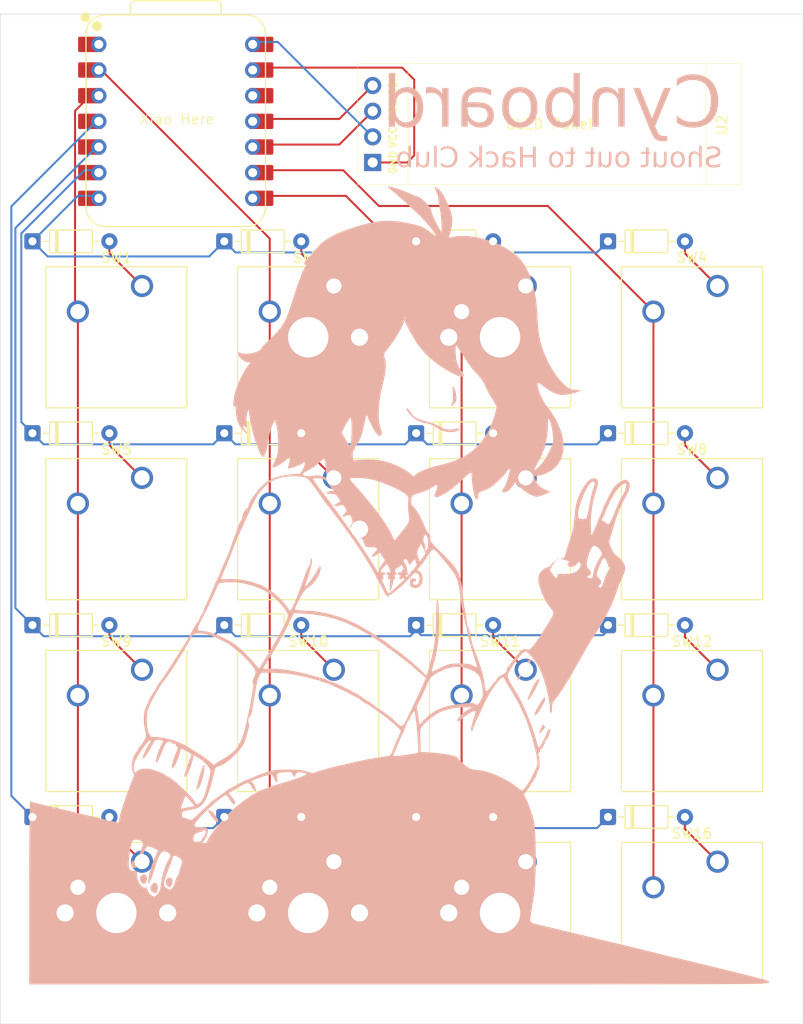
<source format=kicad_pcb>
(kicad_pcb (version 20241229) (generator "pcbnew") (generator_version "9.0")
  (layers (0 "F.Cu" signal) (2 "B.Cu" signal) (13 "F.Paste" user) (15 "B.Paste" user) (5 "F.SilkS" user "F.Silkscreen") (7 "B.SilkS" user "B.Silkscreen") (1 "F.Mask" user) (3 "B.Mask" user) (25 "Edge.Cuts" user))
  (net 0 "")
  (net 1 "Net-(D1-A)")
  (net 2 "Row3")
  (net 3 "Net-(D2-A)")
  (net 4 "Net-(D3-A)")
  (net 5 "Net-(D4-A)")
  (net 6 "Net-(D5-A)")
  (net 7 "Row2")
  (net 8 "Net-(D6-A)")
  (net 9 "Net-(D7-A)")
  (net 10 "Net-(D8-A)")
  (net 11 "Net-(D9-A)")
  (net 12 "Row1")
  (net 13 "Net-(D10-A)")
  (net 14 "Net-(D11-A)")
  (net 15 "Net-(D12-A)")
  (net 16 "Row0")
  (net 17 "Net-(D13-A)")
  (net 18 "Net-(D14-A)")
  (net 19 "Net-(D15-A)")
  (net 20 "Net-(D16-A)")
  (net 21 "Column0")
  (net 22 "Column1")
  (net 23 "Column2")
  (net 24 "Column3")
  (net 25 "GND")
  (net 27 "+5V")
  (net 28 "Net-(U1-GPIO4{slash}MISO)")
  (net 29 "Net-(U1-GPIO3{slash}MOSI)")
  (footprint "Diode_THT:D_DO-35_SOD27_P7.62mm_Horizontal" (layer "F.Cu") (at 93.19 84)
    (property "Reference" "D6" (hide yes))
    (property "Value" "1N4148")
    (pad "1" thru_hole roundrect (at 0 0) (size 1.6 1.6) (drill 0.8) (layers "*.Cu" "*.Mask") (roundrect_rratio 0.15625) (net 12 "Row1"))
    (pad "2" thru_hole circle (at 7.62 0) (size 1.6 1.6) (drill 0.8) (layers "*.Cu" "*.Mask") (net 8 "Net-(D6-A)"))
  )
  (footprint "Button_Switch_Keyboard:SW_Cherry_MX_1.00u_PCB" (layer "F.Cu") (at 142.04 69.42)
    (property "Reference" "SW4" (at -2.54 -2.794 0) (layer "F.SilkS"))
    (property "Value" "SW_Push")
    (pad "" np_thru_hole circle (at -7.62 5.08) (size 1.7 1.7) (drill 1.7) (layers "*.Cu" "*.Mask"))
    (pad "" np_thru_hole circle (at -2.54 5.08) (size 4 4) (drill 4) (layers "*.Cu" "*.Mask"))
    (pad "" np_thru_hole circle (at 2.54 5.08) (size 1.7 1.7) (drill 1.7) (layers "*.Cu" "*.Mask"))
    (pad "1" thru_hole circle (at 0 0) (size 2.2 2.2) (drill 1.5) (layers "*.Cu" "*.Mask") (net 5 "Net-(D4-A)"))
    (pad "2" thru_hole circle (at -6.35 2.54) (size 2.2 2.2) (drill 1.5) (layers "*.Cu" "*.Mask") (net 24 "Column3"))
  )
  (footprint "Button_Switch_Keyboard:SW_Cherry_MX_1.00u_PCB" (layer "F.Cu") (at 104.04 126.42)
    (property "Reference" "SW14" (at -2.54 -2.794 0) (layer "F.SilkS"))
    (property "Value" "SW_Push")
    (pad "" np_thru_hole circle (at -7.62 5.08) (size 1.7 1.7) (drill 1.7) (layers "*.Cu" "*.Mask"))
    (pad "" np_thru_hole circle (at -2.54 5.08) (size 4 4) (drill 4) (layers "*.Cu" "*.Mask"))
    (pad "" np_thru_hole circle (at 2.54 5.08) (size 1.7 1.7) (drill 1.7) (layers "*.Cu" "*.Mask"))
    (pad "1" thru_hole circle (at 0 0) (size 2.2 2.2) (drill 1.5) (layers "*.Cu" "*.Mask") (net 18 "Net-(D14-A)"))
    (pad "2" thru_hole circle (at -6.35 2.54) (size 2.2 2.2) (drill 1.5) (layers "*.Cu" "*.Mask") (net 22 "Column1"))
  )
  (footprint "Button_Switch_Keyboard:SW_Cherry_MX_1.00u_PCB" (layer "F.Cu") (at 85.04 126.42)
    (property "Reference" "SW13" (at -2.54 -2.794 0) (layer "F.SilkS"))
    (property "Value" "SW_Push")
    (pad "" np_thru_hole circle (at -7.62 5.08) (size 1.7 1.7) (drill 1.7) (layers "*.Cu" "*.Mask"))
    (pad "" np_thru_hole circle (at -2.54 5.08) (size 4 4) (drill 4) (layers "*.Cu" "*.Mask"))
    (pad "" np_thru_hole circle (at 2.54 5.08) (size 1.7 1.7) (drill 1.7) (layers "*.Cu" "*.Mask"))
    (pad "1" thru_hole circle (at 0 0) (size 2.2 2.2) (drill 1.5) (layers "*.Cu" "*.Mask") (net 17 "Net-(D13-A)"))
    (pad "2" thru_hole circle (at -6.35 2.54) (size 2.2 2.2) (drill 1.5) (layers "*.Cu" "*.Mask") (net 21 "Column0"))
  )
  (footprint "Button_Switch_Keyboard:SW_Cherry_MX_1.00u_PCB" (layer "F.Cu") (at 142.04 107.42)
    (property "Reference" "SW12" (at -2.54 -2.794 0) (layer "F.SilkS"))
    (property "Value" "SW_Push")
    (pad "" np_thru_hole circle (at -7.62 5.08) (size 1.7 1.7) (drill 1.7) (layers "*.Cu" "*.Mask"))
    (pad "" np_thru_hole circle (at -2.54 5.08) (size 4 4) (drill 4) (layers "*.Cu" "*.Mask"))
    (pad "" np_thru_hole circle (at 2.54 5.08) (size 1.7 1.7) (drill 1.7) (layers "*.Cu" "*.Mask"))
    (pad "1" thru_hole circle (at 0 0) (size 2.2 2.2) (drill 1.5) (layers "*.Cu" "*.Mask") (net 15 "Net-(D12-A)"))
    (pad "2" thru_hole circle (at -6.35 2.54) (size 2.2 2.2) (drill 1.5) (layers "*.Cu" "*.Mask") (net 24 "Column3"))
  )
  (footprint "Diode_THT:D_DO-35_SOD27_P7.62mm_Horizontal" (layer "F.Cu") (at 93.19 65)
    (property "Reference" "D2" (hide yes))
    (property "Value" "1N4148")
    (pad "1" thru_hole roundrect (at 0 0) (size 1.6 1.6) (drill 0.8) (layers "*.Cu" "*.Mask") (roundrect_rratio 0.15625) (net 16 "Row0"))
    (pad "2" thru_hole circle (at 7.62 0) (size 1.6 1.6) (drill 0.8) (layers "*.Cu" "*.Mask") (net 3 "Net-(D2-A)"))
  )
  (footprint "Diode_THT:D_DO-35_SOD27_P7.62mm_Horizontal" (layer "F.Cu") (at 93.19 122)
    (property "Reference" "D14" (hide yes))
    (property "Value" "1N4148")
    (pad "1" thru_hole roundrect (at 0 0) (size 1.6 1.6) (drill 0.8) (layers "*.Cu" "*.Mask") (roundrect_rratio 0.15625) (net 2 "Row3"))
    (pad "2" thru_hole circle (at 7.62 0) (size 1.6 1.6) (drill 0.8) (layers "*.Cu" "*.Mask") (net 18 "Net-(D14-A)"))
  )
  (footprint "Button_Switch_Keyboard:SW_Cherry_MX_1.00u_PCB" (layer "F.Cu") (at 104.04 107.42)
    (property "Reference" "SW10" (at -2.54 -2.794 0) (layer "F.SilkS"))
    (property "Value" "SW_Push")
    (pad "" np_thru_hole circle (at -7.62 5.08) (size 1.7 1.7) (drill 1.7) (layers "*.Cu" "*.Mask"))
    (pad "" np_thru_hole circle (at -2.54 5.08) (size 4 4) (drill 4) (layers "*.Cu" "*.Mask"))
    (pad "" np_thru_hole circle (at 2.54 5.08) (size 1.7 1.7) (drill 1.7) (layers "*.Cu" "*.Mask"))
    (pad "1" thru_hole circle (at 0 0) (size 2.2 2.2) (drill 1.5) (layers "*.Cu" "*.Mask") (net 13 "Net-(D10-A)"))
    (pad "2" thru_hole circle (at -6.35 2.54) (size 2.2 2.2) (drill 1.5) (layers "*.Cu" "*.Mask") (net 22 "Column1"))
  )
  (footprint "Button_Switch_Keyboard:SW_Cherry_MX_1.00u_PCB" (layer "F.Cu") (at 85.04 88.42)
    (property "Reference" "SW5" (at -2.54 -2.794 0) (layer "F.SilkS"))
    (property "Value" "SW_Push")
    (pad "" np_thru_hole circle (at -7.62 5.08) (size 1.7 1.7) (drill 1.7) (layers "*.Cu" "*.Mask"))
    (pad "" np_thru_hole circle (at -2.54 5.08) (size 4 4) (drill 4) (layers "*.Cu" "*.Mask"))
    (pad "" np_thru_hole circle (at 2.54 5.08) (size 1.7 1.7) (drill 1.7) (layers "*.Cu" "*.Mask"))
    (pad "1" thru_hole circle (at 0 0) (size 2.2 2.2) (drill 1.5) (layers "*.Cu" "*.Mask") (net 6 "Net-(D5-A)"))
    (pad "2" thru_hole circle (at -6.35 2.54) (size 2.2 2.2) (drill 1.5) (layers "*.Cu" "*.Mask") (net 21 "Column0"))
  )
  (footprint "Diode_THT:D_DO-35_SOD27_P7.62mm_Horizontal" (layer "F.Cu") (at 112.19 122)
    (property "Reference" "D15" (hide yes))
    (property "Value" "1N4148")
    (pad "1" thru_hole roundrect (at 0 0) (size 1.6 1.6) (drill 0.8) (layers "*.Cu" "*.Mask") (roundrect_rratio 0.15625) (net 2 "Row3"))
    (pad "2" thru_hole circle (at 7.62 0) (size 1.6 1.6) (drill 0.8) (layers "*.Cu" "*.Mask") (net 19 "Net-(D15-A)"))
  )
  (footprint "Button_Switch_Keyboard:SW_Cherry_MX_1.00u_PCB" (layer "F.Cu") (at 123.04 88.42)
    (property "Reference" "SW7" (at -2.54 -2.794 0) (layer "F.SilkS"))
    (property "Value" "SW_Push")
    (pad "" np_thru_hole circle (at -7.62 5.08) (size 1.7 1.7) (drill 1.7) (layers "*.Cu" "*.Mask"))
    (pad "" np_thru_hole circle (at -2.54 5.08) (size 4 4) (drill 4) (layers "*.Cu" "*.Mask"))
    (pad "" np_thru_hole circle (at 2.54 5.08) (size 1.7 1.7) (drill 1.7) (layers "*.Cu" "*.Mask"))
    (pad "1" thru_hole circle (at 0 0) (size 2.2 2.2) (drill 1.5) (layers "*.Cu" "*.Mask") (net 9 "Net-(D7-A)"))
    (pad "2" thru_hole circle (at -6.35 2.54) (size 2.2 2.2) (drill 1.5) (layers "*.Cu" "*.Mask") (net 23 "Column2"))
  )
  (footprint "Button_Switch_Keyboard:SW_Cherry_MX_1.00u_PCB" (layer "F.Cu") (at 142.04 126.42)
    (property "Reference" "SW16" (at -2.54 -2.794 0) (layer "F.SilkS"))
    (property "Value" "SW_Push")
    (pad "" np_thru_hole circle (at -7.62 5.08) (size 1.7 1.7) (drill 1.7) (layers "*.Cu" "*.Mask"))
    (pad "" np_thru_hole circle (at -2.54 5.08) (size 4 4) (drill 4) (layers "*.Cu" "*.Mask"))
    (pad "" np_thru_hole circle (at 2.54 5.08) (size 1.7 1.7) (drill 1.7) (layers "*.Cu" "*.Mask"))
    (pad "1" thru_hole circle (at 0 0) (size 2.2 2.2) (drill 1.5) (layers "*.Cu" "*.Mask") (net 20 "Net-(D16-A)"))
    (pad "2" thru_hole circle (at -6.35 2.54) (size 2.2 2.2) (drill 1.5) (layers "*.Cu" "*.Mask") (net 24 "Column3"))
  )
  (footprint "Button_Switch_Keyboard:SW_Cherry_MX_1.00u_PCB" (layer "F.Cu") (at 142.04 88.42)
    (property "Reference" "SW8" (at -2.54 -2.794 0) (layer "F.SilkS"))
    (property "Value" "SW_Push")
    (pad "" np_thru_hole circle (at -7.62 5.08) (size 1.7 1.7) (drill 1.7) (layers "*.Cu" "*.Mask"))
    (pad "" np_thru_hole circle (at -2.54 5.08) (size 4 4) (drill 4) (layers "*.Cu" "*.Mask"))
    (pad "" np_thru_hole circle (at 2.54 5.08) (size 1.7 1.7) (drill 1.7) (layers "*.Cu" "*.Mask"))
    (pad "1" thru_hole circle (at 0 0) (size 2.2 2.2) (drill 1.5) (layers "*.Cu" "*.Mask") (net 10 "Net-(D8-A)"))
    (pad "2" thru_hole circle (at -6.35 2.54) (size 2.2 2.2) (drill 1.5) (layers "*.Cu" "*.Mask") (net 24 "Column3"))
  )
  (footprint "Button_Switch_Keyboard:SW_Cherry_MX_1.00u_PCB" (layer "F.Cu") (at 104.04 88.42)
    (property "Reference" "SW6" (at -2.54 -2.794 0) (layer "F.SilkS"))
    (property "Value" "SW_Push")
    (pad "" np_thru_hole circle (at -7.62 5.08) (size 1.7 1.7) (drill 1.7) (layers "*.Cu" "*.Mask"))
    (pad "" np_thru_hole circle (at -2.54 5.08) (size 4 4) (drill 4) (layers "*.Cu" "*.Mask"))
    (pad "" np_thru_hole circle (at 2.54 5.08) (size 1.7 1.7) (drill 1.7) (layers "*.Cu" "*.Mask"))
    (pad "1" thru_hole circle (at 0 0) (size 2.2 2.2) (drill 1.5) (layers "*.Cu" "*.Mask") (net 8 "Net-(D6-A)"))
    (pad "2" thru_hole circle (at -6.35 2.54) (size 2.2 2.2) (drill 1.5) (layers "*.Cu" "*.Mask") (net 22 "Column1"))
  )
  (footprint "Diode_THT:D_DO-35_SOD27_P7.62mm_Horizontal" (layer "F.Cu") (at 74.19 103)
    (property "Reference" "D9" (hide yes))
    (property "Value" "1N4148")
    (pad "1" thru_hole roundrect (at 0 0) (size 1.6 1.6) (drill 0.8) (layers "*.Cu" "*.Mask") (roundrect_rratio 0.15625) (net 7 "Row2"))
    (pad "2" thru_hole circle (at 7.62 0) (size 1.6 1.6) (drill 0.8) (layers "*.Cu" "*.Mask") (net 11 "Net-(D9-A)"))
  )
  (footprint "Button_Switch_Keyboard:SW_Cherry_MX_1.00u_PCB" (layer "F.Cu") (at 104.04 69.42)
    (property "Reference" "SW2" (at -2.54 -2.794 0) (layer "F.SilkS"))
    (property "Value" "SW_Push")
    (pad "" np_thru_hole circle (at -7.62 5.08) (size 1.7 1.7) (drill 1.7) (layers "*.Cu" "*.Mask"))
    (pad "" np_thru_hole circle (at -2.54 5.08) (size 4 4) (drill 4) (layers "*.Cu" "*.Mask"))
    (pad "" np_thru_hole circle (at 2.54 5.08) (size 1.7 1.7) (drill 1.7) (layers "*.Cu" "*.Mask"))
    (pad "1" thru_hole circle (at 0 0) (size 2.2 2.2) (drill 1.5) (layers "*.Cu" "*.Mask") (net 3 "Net-(D2-A)"))
    (pad "2" thru_hole circle (at -6.35 2.54) (size 2.2 2.2) (drill 1.5) (layers "*.Cu" "*.Mask") (net 22 "Column1"))
  )
  (footprint "Diode_THT:D_DO-35_SOD27_P7.62mm_Horizontal" (layer "F.Cu") (at 131.19 65)
    (property "Reference" "D4" (hide yes))
    (property "Value" "1N4148")
    (pad "1" thru_hole roundrect (at 0 0) (size 1.6 1.6) (drill 0.8) (layers "*.Cu" "*.Mask") (roundrect_rratio 0.15625) (net 16 "Row0"))
    (pad "2" thru_hole circle (at 7.62 0) (size 1.6 1.6) (drill 0.8) (layers "*.Cu" "*.Mask") (net 5 "Net-(D4-A)"))
  )
  (footprint "Diode_THT:D_DO-35_SOD27_P7.62mm_Horizontal" (layer "F.Cu") (at 93.19 103)
    (property "Reference" "D10" (hide yes))
    (property "Value" "1N4148")
    (pad "1" thru_hole roundrect (at 0 0) (size 1.6 1.6) (drill 0.8) (layers "*.Cu" "*.Mask") (roundrect_rratio 0.15625) (net 7 "Row2"))
    (pad "2" thru_hole circle (at 7.62 0) (size 1.6 1.6) (drill 0.8) (layers "*.Cu" "*.Mask") (net 13 "Net-(D10-A)"))
  )
  (footprint "Button_Switch_Keyboard:SW_Cherry_MX_1.00u_PCB" (layer "F.Cu") (at 85.04 107.42)
    (property "Reference" "SW9" (at -2.54 -2.794 0) (layer "F.SilkS"))
    (property "Value" "SW_Push")
    (pad "" np_thru_hole circle (at -7.62 5.08) (size 1.7 1.7) (drill 1.7) (layers "*.Cu" "*.Mask"))
    (pad "" np_thru_hole circle (at -2.54 5.08) (size 4 4) (drill 4) (layers "*.Cu" "*.Mask"))
    (pad "" np_thru_hole circle (at 2.54 5.08) (size 1.7 1.7) (drill 1.7) (layers "*.Cu" "*.Mask"))
    (pad "1" thru_hole circle (at 0 0) (size 2.2 2.2) (drill 1.5) (layers "*.Cu" "*.Mask") (net 11 "Net-(D9-A)"))
    (pad "2" thru_hole circle (at -6.35 2.54) (size 2.2 2.2) (drill 1.5) (layers "*.Cu" "*.Mask") (net 21 "Column0"))
  )
  (footprint "oled:SSD1306-0.91-OLED-4pin-128x32" (layer "F.Cu") (at 144.385 59.385 180)
    (property "Reference" "U2" (at 1.9 5.91 90) (layer "F.SilkS"))
    (property "Value" "~")
    (fp_text user "SDA" (at 34.5 9.885 90) (layer "F.SilkS") (effects (font (size 0.75 0.75))))
    (fp_text user "OLED Panel" (at 19 6 0) (layer "F.SilkS"))
    (fp_text user "VCC" (at 34.5 4.73 90) (layer "F.SilkS") (effects (font (size 0.75 0.75))))
    (fp_text user "GND" (at 34.5 2.19 90) (layer "F.SilkS") (effects (font (size 0.75 0.75))))
    (fp_text user "SCL" (at 34.5 7.27 90) (layer "F.SilkS") (effects (font (size 0.75 0.75))))
    (pad "1" thru_hole rect (at 36.5 2.19 180) (size 1.7 1.7) (drill 1) (layers "*.Cu" "*.Mask") (net 25 "GND"))
    (pad "2" thru_hole oval (at 36.5 4.73 180) (size 1.7 1.7) (drill 1) (layers "*.Cu" "*.Mask") (net 27 "+5V"))
    (pad "3" thru_hole oval (at 36.5 7.27 180) (size 1.7 1.7) (drill 1) (layers "*.Cu" "*.Mask") (net 28 "Net-(U1-GPIO4{slash}MISO)"))
    (pad "4" thru_hole oval (at 36.5 9.81 180) (size 1.7 1.7) (drill 1) (layers "*.Cu" "*.Mask") (net 29 "Net-(U1-GPIO3{slash}MOSI)"))
  )
  (footprint "Button_Switch_Keyboard:SW_Cherry_MX_1.00u_PCB" (layer "F.Cu") (at 123.04 107.42)
    (property "Reference" "SW11" (at -2.54 -2.794 0) (layer "F.SilkS"))
    (property "Value" "SW_Push")
    (pad "" np_thru_hole circle (at -7.62 5.08) (size 1.7 1.7) (drill 1.7) (layers "*.Cu" "*.Mask"))
    (pad "" np_thru_hole circle (at -2.54 5.08) (size 4 4) (drill 4) (layers "*.Cu" "*.Mask"))
    (pad "" np_thru_hole circle (at 2.54 5.08) (size 1.7 1.7) (drill 1.7) (layers "*.Cu" "*.Mask"))
    (pad "1" thru_hole circle (at 0 0) (size 2.2 2.2) (drill 1.5) (layers "*.Cu" "*.Mask") (net 14 "Net-(D11-A)"))
    (pad "2" thru_hole circle (at -6.35 2.54) (size 2.2 2.2) (drill 1.5) (layers "*.Cu" "*.Mask") (net 23 "Column2"))
  )
  (footprint "Diode_THT:D_DO-35_SOD27_P7.62mm_Horizontal" (layer "F.Cu") (at 131.19 84)
    (property "Reference" "D8" (hide yes))
    (property "Value" "1N4148")
    (pad "1" thru_hole roundrect (at 0 0) (size 1.6 1.6) (drill 0.8) (layers "*.Cu" "*.Mask") (roundrect_rratio 0.15625) (net 12 "Row1"))
    (pad "2" thru_hole circle (at 7.62 0) (size 1.6 1.6) (drill 0.8) (layers "*.Cu" "*.Mask") (net 10 "Net-(D8-A)"))
  )
  (footprint "Diode_THT:D_DO-35_SOD27_P7.62mm_Horizontal" (layer "F.Cu") (at 112.19 84)
    (property "Reference" "D7" (hide yes))
    (property "Value" "1N4148")
    (pad "1" thru_hole roundrect (at 0 0) (size 1.6 1.6) (drill 0.8) (layers "*.Cu" "*.Mask") (roundrect_rratio 0.15625) (net 12 "Row1"))
    (pad "2" thru_hole circle (at 7.62 0) (size 1.6 1.6) (drill 0.8) (layers "*.Cu" "*.Mask") (net 9 "Net-(D7-A)"))
  )
  (footprint "Button_Switch_Keyboard:SW_Cherry_MX_1.00u_PCB" (layer "F.Cu") (at 85.04 69.42)
    (property "Reference" "SW1" (at -2.54 -2.794 0) (layer "F.SilkS"))
    (property "Value" "SW_Push")
    (pad "" np_thru_hole circle (at -7.62 5.08) (size 1.7 1.7) (drill 1.7) (layers "*.Cu" "*.Mask"))
    (pad "" np_thru_hole circle (at -2.54 5.08) (size 4 4) (drill 4) (layers "*.Cu" "*.Mask"))
    (pad "" np_thru_hole circle (at 2.54 5.08) (size 1.7 1.7) (drill 1.7) (layers "*.Cu" "*.Mask"))
    (pad "1" thru_hole circle (at 0 0) (size 2.2 2.2) (drill 1.5) (layers "*.Cu" "*.Mask") (net 1 "Net-(D1-A)"))
    (pad "2" thru_hole circle (at -6.35 2.54) (size 2.2 2.2) (drill 1.5) (layers "*.Cu" "*.Mask") (net 21 "Column0"))
  )
  (footprint "Diode_THT:D_DO-35_SOD27_P7.62mm_Horizontal" (layer "F.Cu") (at 74.19 84)
    (property "Reference" "D5" (hide yes))
    (property "Value" "1N4148")
    (pad "1" thru_hole roundrect (at 0 0) (size 1.6 1.6) (drill 0.8) (layers "*.Cu" "*.Mask") (roundrect_rratio 0.15625) (net 12 "Row1"))
    (pad "2" thru_hole circle (at 7.62 0) (size 1.6 1.6) (drill 0.8) (layers "*.Cu" "*.Mask") (net 6 "Net-(D5-A)"))
  )
  (footprint "Diode_THT:D_DO-35_SOD27_P7.62mm_Horizontal" (layer "F.Cu") (at 74.19 122)
    (property "Reference" "D13" (hide yes))
    (property "Value" "1N4148")
    (pad "1" thru_hole roundrect (at 0 0) (size 1.6 1.6) (drill 0.8) (layers "*.Cu" "*.Mask") (roundrect_rratio 0.15625) (net 2 "Row3"))
    (pad "2" thru_hole circle (at 7.62 0) (size 1.6 1.6) (drill 0.8) (layers "*.Cu" "*.Mask") (net 17 "Net-(D13-A)"))
  )
  (footprint "Diode_THT:D_DO-35_SOD27_P7.62mm_Horizontal" (layer "F.Cu") (at 131.19 122)
    (property "Reference" "D16" (hide yes))
    (property "Value" "1N4148")
    (pad "1" thru_hole roundrect (at 0 0) (size 1.6 1.6) (drill 0.8) (layers "*.Cu" "*.Mask") (roundrect_rratio 0.15625) (net 2 "Row3"))
    (pad "2" thru_hole circle (at 7.62 0) (size 1.6 1.6) (drill 0.8) (layers "*.Cu" "*.Mask") (net 20 "Net-(D16-A)"))
  )
  (footprint "Diode_THT:D_DO-35_SOD27_P7.62mm_Horizontal" (layer "F.Cu") (at 74.19 65)
    (property "Reference" "D1" (hide yes))
    (property "Value" "1N4148")
    (pad "1" thru_hole roundrect (at 0 0) (size 1.6 1.6) (drill 0.8) (layers "*.Cu" "*.Mask") (roundrect_rratio 0.15625) (net 16 "Row0"))
    (pad "2" thru_hole circle (at 7.62 0) (size 1.6 1.6) (drill 0.8) (layers "*.Cu" "*.Mask") (net 1 "Net-(D1-A)"))
  )
  (footprint "Diode_THT:D_DO-35_SOD27_P7.62mm_Horizontal" (layer "F.Cu") (at 112.19 65)
    (property "Reference" "D3" (hide yes))
    (property "Value" "1N4148")
    (pad "1" thru_hole roundrect (at 0 0) (size 1.6 1.6) (drill 0.8) (layers "*.Cu" "*.Mask") (roundrect_rratio 0.15625) (net 16 "Row0"))
    (pad "2" thru_hole circle (at 7.62 0) (size 1.6 1.6) (drill 0.8) (layers "*.Cu" "*.Mask") (net 4 "Net-(D3-A)"))
  )
  (footprint "Button_Switch_Keyboard:SW_Cherry_MX_1.00u_PCB" (layer "F.Cu") (at 123.04 126.42)
    (property "Reference" "SW15" (at -2.54 -2.794 0) (layer "F.SilkS"))
    (property "Value" "SW_Push")
    (pad "" np_thru_hole circle (at -7.62 5.08) (size 1.7 1.7) (drill 1.7) (layers "*.Cu" "*.Mask"))
    (pad "" np_thru_hole circle (at -2.54 5.08) (size 4 4) (drill 4) (layers "*.Cu" "*.Mask"))
    (pad "" np_thru_hole circle (at 2.54 5.08) (size 1.7 1.7) (drill 1.7) (layers "*.Cu" "*.Mask"))
    (pad "1" thru_hole circle (at 0 0) (size 2.2 2.2) (drill 1.5) (layers "*.Cu" "*.Mask") (net 19 "Net-(D15-A)"))
    (pad "2" thru_hole circle (at -6.35 2.54) (size 2.2 2.2) (drill 1.5) (layers "*.Cu" "*.Mask") (net 23 "Column2"))
  )
  (footprint "Diode_THT:D_DO-35_SOD27_P7.62mm_Horizontal" (layer "F.Cu") (at 112.19 103)
    (property "Reference" "D11" (hide yes))
    (property "Value" "1N4148")
    (pad "1" thru_hole roundrect (at 0 0) (size 1.6 1.6) (drill 0.8) (layers "*.Cu" "*.Mask") (roundrect_rratio 0.15625) (net 7 "Row2"))
    (pad "2" thru_hole circle (at 7.62 0) (size 1.6 1.6) (drill 0.8) (layers "*.Cu" "*.Mask") (net 14 "Net-(D11-A)"))
  )
  (footprint "Diode_THT:D_DO-35_SOD27_P7.62mm_Horizontal" (layer "F.Cu") (at 131.19 103)
    (property "Reference" "D12" (hide yes))
    (property "Value" "1N4148")
    (pad "1" thru_hole roundrect (at 0 0) (size 1.6 1.6) (drill 0.8) (layers "*.Cu" "*.Mask") (roundrect_rratio 0.15625) (net 7 "Row2"))
    (pad "2" thru_hole circle (at 7.62 0) (size 1.6 1.6) (drill 0.8) (layers "*.Cu" "*.Mask") (net 15 "Net-(D12-A)"))
  )
  (footprint "Button_Switch_Keyboard:SW_Cherry_MX_1.00u_PCB" (layer "F.Cu") (at 123.04 69.42)
    (property "Reference" "SW3" (at -2.54 -2.794 0) (layer "F.SilkS"))
    (property "Value" "SW_Push")
    (pad "" np_thru_hole circle (at -7.62 5.08) (size 1.7 1.7) (drill 1.7) (layers "*.Cu" "*.Mask"))
    (pad "" np_thru_hole circle (at -2.54 5.08) (size 4 4) (drill 4) (layers "*.Cu" "*.Mask"))
    (pad "" np_thru_hole circle (at 2.54 5.08) (size 1.7 1.7) (drill 1.7) (layers "*.Cu" "*.Mask"))
    (pad "1" thru_hole circle (at 0 0) (size 2.2 2.2) (drill 1.5) (layers "*.Cu" "*.Mask") (net 4 "Net-(D3-A)"))
    (pad "2" thru_hole circle (at -6.35 2.54) (size 2.2 2.2) (drill 1.5) (layers "*.Cu" "*.Mask") (net 23 "Column2"))
  )
  (footprint "OPL:XIAO-RP2040-DIP" (layer "F.Cu") (at 88.38 53.12)
    (property "Reference" "U1" (hide yes))
    (property "Value" "XIAO-RP2040-DIP")
    (pad "1" smd roundrect (at -8.455 -7.62 180) (size 2.432 1.524) (layers "F.Cu" "F.Mask") (roundrect_rratio 0.1))
    (pad "1" thru_hole circle (at -7.62 -7.62 180) (size 1.524 1.524) (drill 0.889) (layers "*.Cu" "*.Mask"))
    (pad "2" smd roundrect (at -8.455 -5.08 180) (size 2.432 1.524) (layers "F.Cu" "F.Mask") (roundrect_rratio 0.1) (net 22 "Column1"))
    (pad "2" thru_hole circle (at -7.62 -5.08 180) (size 1.524 1.524) (drill 0.889) (layers "*.Cu" "*.Mask") (net 22 "Column1"))
    (pad "3" smd roundrect (at -8.455 -2.54 180) (size 2.432 1.524) (layers "F.Cu" "F.Mask") (roundrect_rratio 0.1) (net 21 "Column0"))
    (pad "3" thru_hole circle (at -7.62 -2.54 180) (size 1.524 1.524) (drill 0.889) (layers "*.Cu" "*.Mask") (net 21 "Column0"))
    (pad "4" smd roundrect (at -8.455 0 180) (size 2.432 1.524) (layers "F.Cu" "F.Mask") (roundrect_rratio 0.1) (net 2 "Row3"))
    (pad "4" thru_hole circle (at -7.62 0 180) (size 1.524 1.524) (drill 0.889) (layers "*.Cu" "*.Mask") (net 2 "Row3"))
    (pad "5" smd roundrect (at -8.455 2.54 180) (size 2.432 1.524) (layers "F.Cu" "F.Mask") (roundrect_rratio 0.1) (net 7 "Row2"))
    (pad "5" thru_hole circle (at -7.62 2.54 180) (size 1.524 1.524) (drill 0.889) (layers "*.Cu" "*.Mask") (net 7 "Row2"))
    (pad "6" smd roundrect (at -8.455 5.08 180) (size 2.432 1.524) (layers "F.Cu" "F.Mask") (roundrect_rratio 0.1) (net 12 "Row1"))
    (pad "6" thru_hole circle (at -7.62 5.08 180) (size 1.524 1.524) (drill 0.889) (layers "*.Cu" "*.Mask") (net 12 "Row1"))
    (pad "7" smd roundrect (at -8.455 7.62 180) (size 2.432 1.524) (layers "F.Cu" "F.Mask") (roundrect_rratio 0.1) (net 16 "Row0"))
    (pad "7" thru_hole circle (at -7.62 7.62 180) (size 1.524 1.524) (drill 0.889) (layers "*.Cu" "*.Mask") (net 16 "Row0"))
    (pad "8" thru_hole circle (at 7.62 7.62) (size 1.524 1.524) (drill 0.889) (layers "*.Cu" "*.Mask") (net 23 "Column2"))
    (pad "8" smd roundrect (at 8.455 7.62) (size 2.432 1.524) (layers "F.Cu" "F.Mask") (roundrect_rratio 0.1) (net 23 "Column2"))
    (pad "9" thru_hole circle (at 7.62 5.08) (size 1.524 1.524) (drill 0.889) (layers "*.Cu" "*.Mask") (net 24 "Column3"))
    (pad "9" smd roundrect (at 8.455 5.08) (size 2.432 1.524) (layers "F.Cu" "F.Mask") (roundrect_rratio 0.1) (net 24 "Column3"))
    (pad "10" thru_hole circle (at 7.62 2.54) (size 1.524 1.524) (drill 0.889) (layers "*.Cu" "*.Mask") (net 28 "Net-(U1-GPIO4{slash}MISO)"))
    (pad "10" smd roundrect (at 8.455 2.54) (size 2.432 1.524) (layers "F.Cu" "F.Mask") (roundrect_rratio 0.1) (net 28 "Net-(U1-GPIO4{slash}MISO)"))
    (pad "11" thru_hole circle (at 7.62 0) (size 1.524 1.524) (drill 0.889) (layers "*.Cu" "*.Mask") (net 29 "Net-(U1-GPIO3{slash}MOSI)"))
    (pad "11" smd roundrect (at 8.455 0) (size 2.432 1.524) (layers "F.Cu" "F.Mask") (roundrect_rratio 0.1) (net 29 "Net-(U1-GPIO3{slash}MOSI)"))
    (pad "12" thru_hole circle (at 7.62 -2.54) (size 1.524 1.524) (drill 0.889) (layers "*.Cu" "*.Mask"))
    (pad "12" smd roundrect (at 8.455 -2.54) (size 2.432 1.524) (layers "F.Cu" "F.Mask") (roundrect_rratio 0.1))
    (pad "13" thru_hole circle (at 7.62 -5.08) (size 1.524 1.524) (drill 0.889) (layers "*.Cu" "*.Mask") (net 25 "GND"))
    (pad "13" smd roundrect (at 8.455 -5.08) (size 2.432 1.524) (layers "F.Cu" "F.Mask") (roundrect_rratio 0.1) (net 25 "GND"))
    (pad "14" thru_hole circle (at 7.62 -7.62) (size 1.524 1.524) (drill 0.889) (layers "*.Cu" "*.Mask") (net 27 "+5V"))
    (pad "14" smd roundrect (at 8.455 -7.62) (size 2.432 1.524) (layers "F.Cu" "F.Mask") (roundrect_rratio 0.1) (net 27 "+5V"))
  )
  (footprint "LOGO" (layer "B.Cu") (at 110.5 98.5 180)
    (property "Reference" "G***" (at 0 0 0) (layer "B.SilkS") (effects (font (size 1.5 1.5) (thickness 0.3)) (justify mirror)))
    (property "Value" "LOGO" (hide yes))
  )
  (gr_rect (start 71 42.5) (end 150.5 142.5) (stroke (width 0.05)) (fill no) (layer "Edge.Cuts"))
  (gr_text "Xiao Here\n" (at 88.5 53.5 0) (layer "F.SilkS") (effects (font (size 1 1) (thickness 0.1)) (justify bottom)))
  (gr_text "Cynboard" (at 142.5 54.5 0) (layer "B.SilkS") (effects (font (size 5 5) (thickness 0.1)) (justify left bottom mirror)))
  (gr_text "Shout out to Hack Club" (at 142.5 58 0) (layer "B.SilkS") (effects (font (size 2 2) (thickness 0.1)) (justify left bottom mirror)))
  (segment (start 81.81 66.19) (end 85.04 69.42) (width 0.2) (layer "F.Cu") (net 1))
  (segment (start 81.81 65) (end 81.81 66.19) (width 0.2) (layer "F.Cu") (net 1))
  (segment (start 111.089 123.101) (end 112.19 122) (width 0.2) (layer "B.Cu") (net 2))
  (segment (start 72.099 61.541) (end 72.099 119.909) (width 0.2) (layer "B.Cu") (net 2))
  (segment (start 94.291 123.101) (end 111.089 123.101) (width 0.2) (layer "B.Cu") (net 2))
  (segment (start 93.19 122) (end 94.291 123.101) (width 0.2) (layer "B.Cu") (net 2))
  (segment (start 112.19 122) (end 113.291 123.101) (width 0.2) (layer "B.Cu") (net 2))
  (segment (start 75.291 123.101) (end 92.089 123.101) (width 0.2) (layer "B.Cu") (net 2))
  (segment (start 80.76 52.88) (end 72.099 61.541) (width 0.2) (layer "B.Cu") (net 2))
  (segment (start 74.19 122) (end 75.291 123.101) (width 0.2) (layer "B.Cu") (net 2))
  (segment (start 72.099 119.909) (end 74.19 122) (width 0.2) (layer "B.Cu") (net 2))
  (segment (start 113.291 123.101) (end 130.089 123.101) (width 0.2) (layer "B.Cu") (net 2))
  (segment (start 130.089 123.101) (end 131.19 122) (width 0.2) (layer "B.Cu") (net 2))
  (segment (start 92.089 123.101) (end 93.19 122) (width 0.2) (layer "B.Cu") (net 2))
  (segment (start 100.81 65) (end 100.81 66.19) (width 0.2) (layer "F.Cu") (net 3))
  (segment (start 100.81 66.19) (end 104.04 69.42) (width 0.2) (layer "F.Cu") (net 3))
  (segment (start 119.81 65) (end 119.81 66.19) (width 0.2) (layer "F.Cu") (net 4))
  (segment (start 119.81 66.19) (end 123.04 69.42) (width 0.2) (layer "F.Cu") (net 4))
  (segment (start 138.81 65) (end 138.81 66.19) (width 0.2) (layer "F.Cu") (net 5))
  (segment (start 138.81 66.19) (end 142.04 69.42) (width 0.2) (layer "F.Cu") (net 5))
  (segment (start 81.81 84) (end 81.81 85.19) (width 0.2) (layer "F.Cu") (net 6))
  (segment (start 81.81 85.19) (end 85.04 88.42) (width 0.2) (layer "F.Cu") (net 6))
  (segment (start 80.76 55.42) (end 72.5 63.68) (width 0.2) (layer "B.Cu") (net 7))
  (segment (start 93.19 103) (end 94.291 104.101) (width 0.2) (layer "B.Cu") (net 7))
  (segment (start 74.19 103) (end 75.291 104.101) (width 0.2) (layer "B.Cu") (net 7))
  (segment (start 72.5 101.31) (end 74.19 103) (width 0.2) (layer "B.Cu") (net 7))
  (segment (start 92.089 104.101) (end 93.19 103) (width 0.2) (layer "B.Cu") (net 7))
  (segment (start 112.19 103.5) (end 112.69 104) (width 0.2) (layer "B.Cu") (net 7))
  (segment (start 112.69 104) (end 119.25295 104) (width 0.2) (layer "B.Cu") (net 7))
  (segment (start 111.589 104.101) (end 112.19 103.5) (width 0.2) (layer "B.Cu") (net 7))
  (segment (start 75.291 104.101) (end 92.089 104.101) (width 0.2) (layer "B.Cu") (net 7))
  (segment (start 94.291 104.101) (end 111.589 104.101) (width 0.2) (layer "B.Cu") (net 7))
  (segment (start 119.35395 104.101) (end 120.26605 104.101) (width 0.2) (layer "B.Cu") (net 7))
  (segment (start 119.25295 104) (end 119.35395 104.101) (width 0.2) (layer "B.Cu") (net 7))
  (segment (start 72.5 63.68) (end 72.5 101.31) (width 0.2) (layer "B.Cu") (net 7))
  (segment (start 120.36705 104) (end 130.69 104) (width 0.2) (layer "B.Cu") (net 7))
  (segment (start 120.26605 104.101) (end 120.36705 104) (width 0.2) (layer "B.Cu") (net 7))
  (segment (start 130.69 104) (end 131.19 103.5) (width 0.2) (layer "B.Cu") (net 7))
  (segment (start 100.81 85.19) (end 104.04 88.42) (width 0.2) (layer "F.Cu") (net 8))
  (segment (start 100.81 84) (end 100.81 85.19) (width 0.2) (layer "F.Cu") (net 8))
  (segment (start 119.81 85.19) (end 123.04 88.42) (width 0.2) (layer "F.Cu") (net 9))
  (segment (start 119.81 84) (end 119.81 85.19) (width 0.2) (layer "F.Cu") (net 9))
  (segment (start 138.81 85.19) (end 142.04 88.42) (width 0.2) (layer "F.Cu") (net 10))
  (segment (start 138.81 84) (end 138.81 85.19) (width 0.2) (layer "F.Cu") (net 10))
  (segment (start 81.81 104.19) (end 85.04 107.42) (width 0.2) (layer "F.Cu") (net 11))
  (segment (start 81.81 103) (end 81.81 104.19) (width 0.2) (layer "F.Cu") (net 11))
  (segment (start 73.089 64.21484) (end 73.089 82.899) (width 0.2) (layer "B.Cu") (net 12))
  (segment (start 113.291 85.101) (end 130.089 85.101) (width 0.2) (layer "B.Cu") (net 12))
  (segment (start 74.19 84) (end 75.291 85.101) (width 0.2) (layer "B.Cu") (net 12))
  (segment (start 73.089 82.899) (end 74.19 84) (width 0.2) (layer "B.Cu") (net 12))
  (segment (start 94.291 85.101) (end 111.089 85.101) (width 0.2) (layer "B.Cu") (net 12))
  (segment (start 130.089 85.101) (end 131.19 84) (width 0.2) (layer "B.Cu") (net 12))
  (segment (start 92.089 85.101) (end 93.19 84) (width 0.2) (layer "B.Cu") (net 12))
  (segment (start 111.089 85.101) (end 112.19 84) (width 0.2) (layer "B.Cu") (net 12))
  (segment (start 93.19 84) (end 94.291 85.101) (width 0.2) (layer "B.Cu") (net 12))
  (segment (start 112.19 84) (end 113.291 85.101) (width 0.2) (layer "B.Cu") (net 12))
  (segment (start 75.291 85.101) (end 92.089 85.101) (width 0.2) (layer "B.Cu") (net 12))
  (segment (start 79.34384 57.96) (end 73.089 64.21484) (width 0.2) (layer "B.Cu") (net 12))
  (segment (start 80.76 57.96) (end 79.34384 57.96) (width 0.2) (layer "B.Cu") (net 12))
  (segment (start 100.81 104.19) (end 104.04 107.42) (width 0.2) (layer "F.Cu") (net 13))
  (segment (start 100.81 103) (end 100.81 104.19) (width 0.2) (layer "F.Cu") (net 13))
  (segment (start 119.81 104.19) (end 123.04 107.42) (width 0.2) (layer "F.Cu") (net 14))
  (segment (start 123.04 106.73) (end 123.04 107.42) (width 0.2) (layer "F.Cu") (net 14))
  (segment (start 119.81 103) (end 119.81 104.19) (width 0.2) (layer "F.Cu") (net 14))
  (segment (start 138.81 103) (end 138.81 104.19) (width 0.2) (layer "F.Cu") (net 15))
  (segment (start 138.81 104.19) (end 142.04 107.42) (width 0.2) (layer "F.Cu") (net 15))
  (segment (start 142.04 106.73) (end 142.04 107.42) (width 0.2) (layer "F.Cu") (net 15))
  (segment (start 74.19 65) (end 75.69 66.5) (width 0.2) (layer "B.Cu") (net 16))
  (segment (start 93.19 65) (end 94.291 66.101) (width 0.2) (layer "B.Cu") (net 16))
  (segment (start 75.69 66.5) (end 91.69 66.5) (width 0.2) (layer "B.Cu") (net 16))
  (segment (start 80.76 60.5) (end 78.69 60.5) (width 0.2) (layer "B.Cu") (net 16))
  (segment (start 78.69 60.5) (end 74.19 65) (width 0.2) (layer "B.Cu") (net 16))
  (segment (start 92.88 65) (end 93.19 65) (width 0.2) (layer "B.Cu") (net 16))
  (segment (start 93.19 65) (end 91.69 66.5) (width 0.2) (layer "B.Cu") (net 16))
  (segment (start 111.089 66.101) (end 112.19 65) (width 0.2) (layer "B.Cu") (net 16))
  (segment (start 113.291 66.101) (end 130.089 66.101) (width 0.2) (layer "B.Cu") (net 16))
  (segment (start 112.19 65) (end 113.291 66.101) (width 0.2) (layer "B.Cu") (net 16))
  (segment (start 94.291 66.101) (end 111.089 66.101) (width 0.2) (layer "B.Cu") (net 16))
  (segment (start 130.089 66.101) (end 131.19 65) (width 0.2) (layer "B.Cu") (net 16))
  (segment (start 81.81 122) (end 81.81 123.19) (width 0.2) (layer "F.Cu") (net 17))
  (segment (start 81.81 123.19) (end 85.04 126.42) (width 0.2) (layer "F.Cu") (net 17))
  (segment (start 100.81 122) (end 100.81 123.19) (width 0.2) (layer "F.Cu") (net 18))
  (segment (start 100.81 123.19) (end 104.04 126.42) (width 0.2) (layer "F.Cu") (net 18))
  (segment (start 119.81 123.19) (end 123.04 126.42) (width 0.2) (layer "F.Cu") (net 19))
  (segment (start 119.81 122) (end 119.81 123.19) (width 0.2) (layer "F.Cu") (net 19))
  (segment (start 138.81 123.19) (end 142.04 126.42) (width 0.2) (layer "F.Cu") (net 20))
  (segment (start 138.81 122) (end 138.81 123.19) (width 0.2) (layer "F.Cu") (net 20))
  (segment (start 78.69 71.96) (end 78.69 90.96) (width 0.2) (layer "F.Cu") (net 21))
  (segment (start 78.69 109.96) (end 78.69 128.96) (width 0.2) (layer "F.Cu") (net 21))
  (segment (start 80.76 50.34) (end 80.146374 50.34) (width 0.2) (layer "F.Cu") (net 21))
  (segment (start 80.146374 50.34) (end 78.408 52.078374) (width 0.2) (layer "F.Cu") (net 21))
  (segment (start 78.408 71.678) (end 78.69 71.96) (width 0.2) (layer "F.Cu") (net 21))
  (segment (start 78.69 90.96) (end 78.69 109.96) (width 0.2) (layer "F.Cu") (net 21))
  (segment (start 78.408 52.078374) (end 78.408 71.678) (width 0.2) (layer "F.Cu") (net 21))
  (segment (start 80.76 47.8) (end 97.69 64.73) (width 0.2) (layer "F.Cu") (net 22))
  (segment (start 97.69 90.96) (end 97.69 109.96) (width 0.2) (layer "F.Cu") (net 22))
  (segment (start 97.69 64.73) (end 97.69 71.96) (width 0.2) (layer "F.Cu") (net 22))
  (segment (start 97.69 109.96) (end 97.69 128.96) (width 0.2) (layer "F.Cu") (net 22))
  (segment (start 97.69 71.96) (end 97.69 90.96) (width 0.2) (layer "F.Cu") (net 22))
  (segment (start 96 60.5) (end 105.23 60.5) (width 0.2) (layer "F.Cu") (net 23))
  (segment (start 116.69 90.96) (end 116.69 109.96) (width 0.2) (layer "F.Cu") (net 23))
  (segment (start 105.23 60.5) (end 116.69 71.96) (width 0.2) (layer "F.Cu") (net 23))
  (segment (start 116.69 109.96) (end 116.69 128.96) (width 0.2) (layer "F.Cu") (net 23))
  (segment (start 116.69 71.96) (end 116.69 90.96) (width 0.2) (layer "F.Cu") (net 23))
  (segment (start 135.69 90.96) (end 135.69 109.96) (width 0.2) (layer "F.Cu") (net 24))
  (segment (start 135.69 109.96) (end 135.69 128.96) (width 0.2) (layer "F.Cu") (net 24))
  (segment (start 125.23 61.5) (end 135.69 71.96) (width 0.2) (layer "F.Cu") (net 24))
  (segment (start 104.96 57.96) (end 108.5 61.5) (width 0.2) (layer "F.Cu") (net 24))
  (segment (start 135.69 71.96) (end 135.69 90.96) (width 0.2) (layer "F.Cu") (net 24))
  (segment (start 108.5 61.5) (end 125.23 61.5) (width 0.2) (layer "F.Cu") (net 24))
  (segment (start 96 57.96) (end 104.96 57.96) (width 0.2) (layer "F.Cu") (net 24))
  (segment (start 112 56.5) (end 111.305 57.195) (width 0.2) (layer "F.Cu") (net 25))
  (segment (start 96 47.8) (end 110.8 47.8) (width 0.2) (layer "F.Cu") (net 25))
  (segment (start 110.8 47.8) (end 112 49) (width 0.2) (layer "F.Cu") (net 25))
  (segment (start 111.305 57.195) (end 107.885 57.195) (width 0.2) (layer "F.Cu") (net 25))
  (segment (start 112 49) (end 112 56.5) (width 0.2) (layer "F.Cu") (net 25))
  (segment (start 96.835 45.26) (end 96 45.26) (width 0.2) (layer "F.Cu") (net 27))
  (segment (start 107.885 54.655) (end 98.49 45.26) (width 0.2) (layer "B.Cu") (net 27))
  (segment (start 98.49 45.26) (end 96 45.26) (width 0.2) (layer "B.Cu") (net 27))
  (segment (start 107.885 52.115) (end 104.58 55.42) (width 0.2) (layer "F.Cu") (net 28))
  (segment (start 104.58 55.42) (end 96 55.42) (width 0.2) (layer "F.Cu") (net 28))
  (segment (start 104.58 52.88) (end 96 52.88) (width 0.2) (layer "F.Cu") (net 29))
  (segment (start 107.885 49.575) (end 104.58 52.88) (width 0.2) (layer "F.Cu") (net 29))
  (segment (start 96 52.88) (end 97.58 52.88) (width 0.2) (layer "F.Cu") (net 29))
  (segment (start 97.58 52.88) (end 96.835 52.88) (width 0.2) (layer "F.Cu") (net 29))
)
</source>
